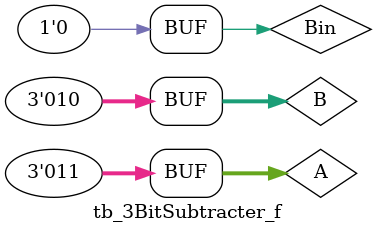
<source format=v>
`timescale 1ns / 1ps


module tb_3BitSubtracter_f(

    );
    
    reg[2:0] A;
    reg[2:0] B;
    reg Bin;
    wire[2:0] D;
    wire Bout;
    
    f_3BitSubtracter uut(
        .A(A),
        .B(B),
        .Bin(Bin),
        .D(D),
        .Bout(Bout)
    );
    
    initial begin
        A = 3'b111; B = 3'b101; Bin = 1'b0; #50; // 7-5=2    
        A = 3'b100; B = 3'b001; Bin = 1'b0; #50; // 4-1=3
        A = 3'b110; B = 3'b010; Bin = 1'b0; #50; // 6-2=4
        A = 3'b011; B = 3'b010; Bin = 1'b0; #50; // 3-2=1
    end
    
endmodule

</source>
